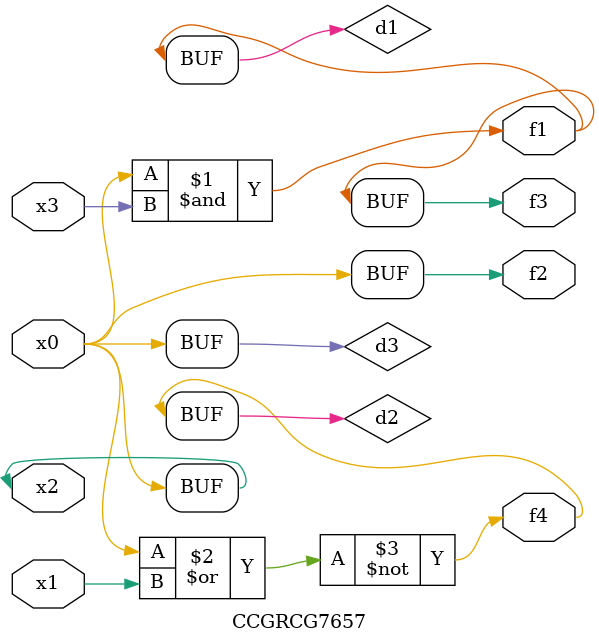
<source format=v>
module CCGRCG7657(
	input x0, x1, x2, x3,
	output f1, f2, f3, f4
);

	wire d1, d2, d3;

	and (d1, x2, x3);
	nor (d2, x0, x1);
	buf (d3, x0, x2);
	assign f1 = d1;
	assign f2 = d3;
	assign f3 = d1;
	assign f4 = d2;
endmodule

</source>
